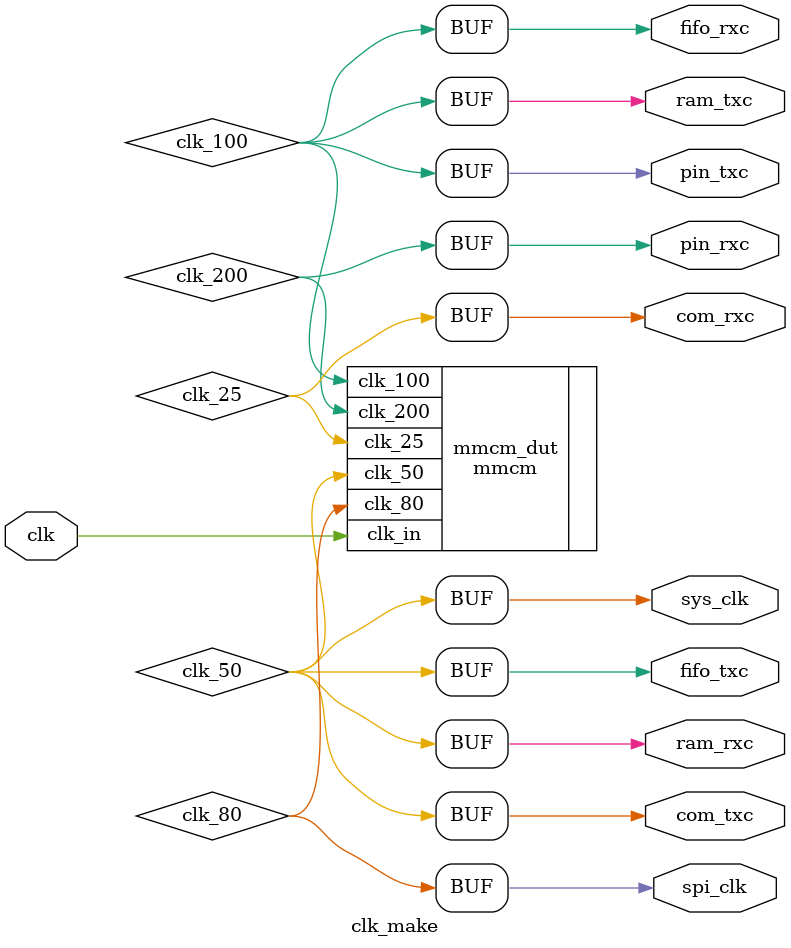
<source format=v>
module clk_make(
    input clk,
    output sys_clk,
    output com_txc,
    output com_rxc,
    output spi_clk,
    output pin_txc,
    output pin_rxc,
    output ram_txc,
    output ram_rxc,
    output fifo_txc,
    output fifo_rxc
);

    wire clk_25, clk_50, clk_80;
    wire clk_100, clk_200;

    assign sys_clk = clk_50;
    assign com_txc = clk_50;
    assign com_rxc = clk_25;
    assign pin_txc = clk_100;
    assign pin_rxc = clk_200;
    assign spi_clk = clk_80;
    assign fifo_txc = clk_50;
    assign fifo_rxc = clk_100;
    assign ram_txc = clk_100;
    assign ram_rxc = clk_50;


    mmcm
    mmcm_dut(
        .clk_in(clk),
        .clk_25(clk_25),
        .clk_50(clk_50),
        .clk_80(clk_80),
        .clk_100(clk_100),
        .clk_200(clk_200),
    );





endmodule
</source>
